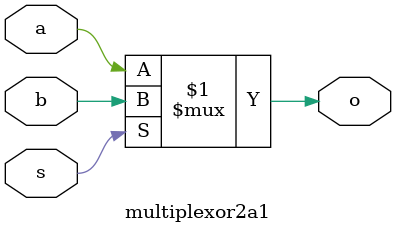
<source format=sv>
`timescale 1ns/1ps

module multiplexor2a1(a,b,s,o);
  
  // Entradas del multiplexor
  input a;
  input b;
  
  // Bit de selección
  input s;
  
  // Salida del multiplexor
  output o;
  
  // Asignación de la salida. Esto lo podemos leer como "si s, entonces o=b, sino o=a"
  assign o = s?b:a;
  
endmodule
</source>
